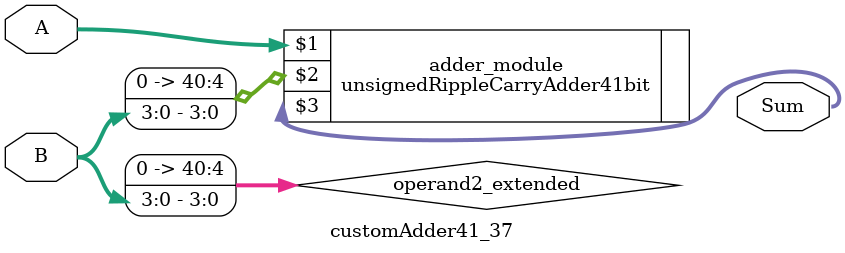
<source format=v>
module customAdder41_37(
                        input [40 : 0] A,
                        input [3 : 0] B,
                        
                        output [41 : 0] Sum
                );

        wire [40 : 0] operand2_extended;
        
        assign operand2_extended =  {37'b0, B};
        
        unsignedRippleCarryAdder41bit adder_module(
            A,
            operand2_extended,
            Sum
        );
        
        endmodule
        
</source>
